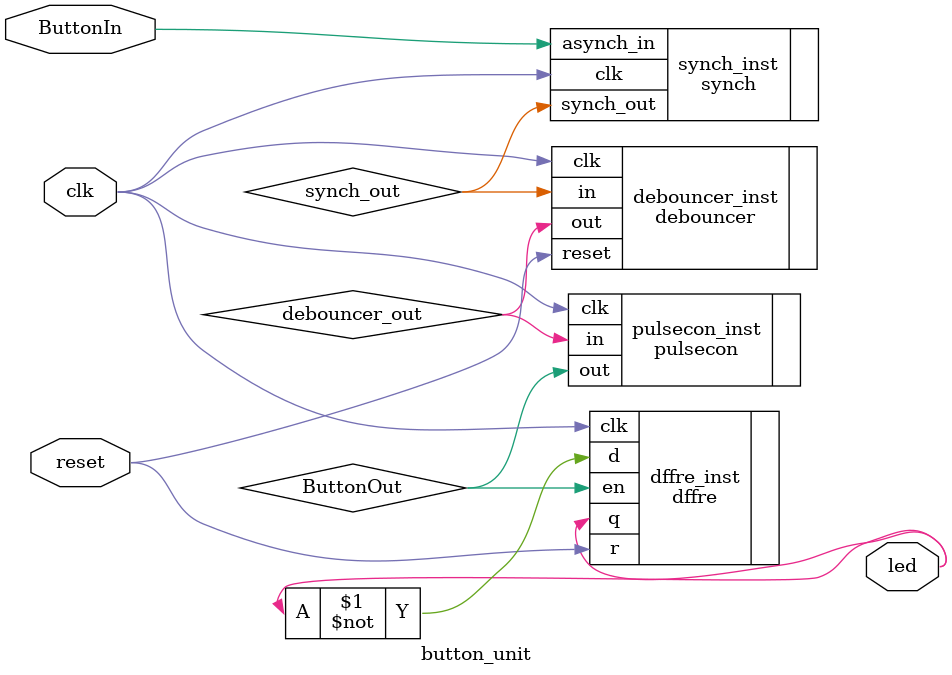
<source format=v>
module button_unit (
    clk,
    reset,
    ButtonIn,
    led
); 
    parameter sim = 0;
    input reset;
    input ButtonIn;
    input clk;
    output led;
    wire ButtonOut;
    wire synch_out;
    wire debouncer_out;


    // 同步器
    synch synch_inst(
        .asynch_in(ButtonIn),
        .clk(clk),
        .synch_out(synch_out)
    );

    // 按键防颤
    debouncer #(.sim(sim))debouncer_inst(
        .clk(clk),
        .reset(reset),
        .in(synch_out),
        .out(debouncer_out)
    );

    //脉宽变换
    pulsecon pulsecon_inst(
        .clk(clk),
        .in(debouncer_out),
        .out(ButtonOut)
    );

    //附加测试电路
    dffre dffre_inst(
        .clk(clk),
        .d(~led),
        .en(ButtonOut),
        .r(reset),
        .q(led)
    );

endmodule
</source>
